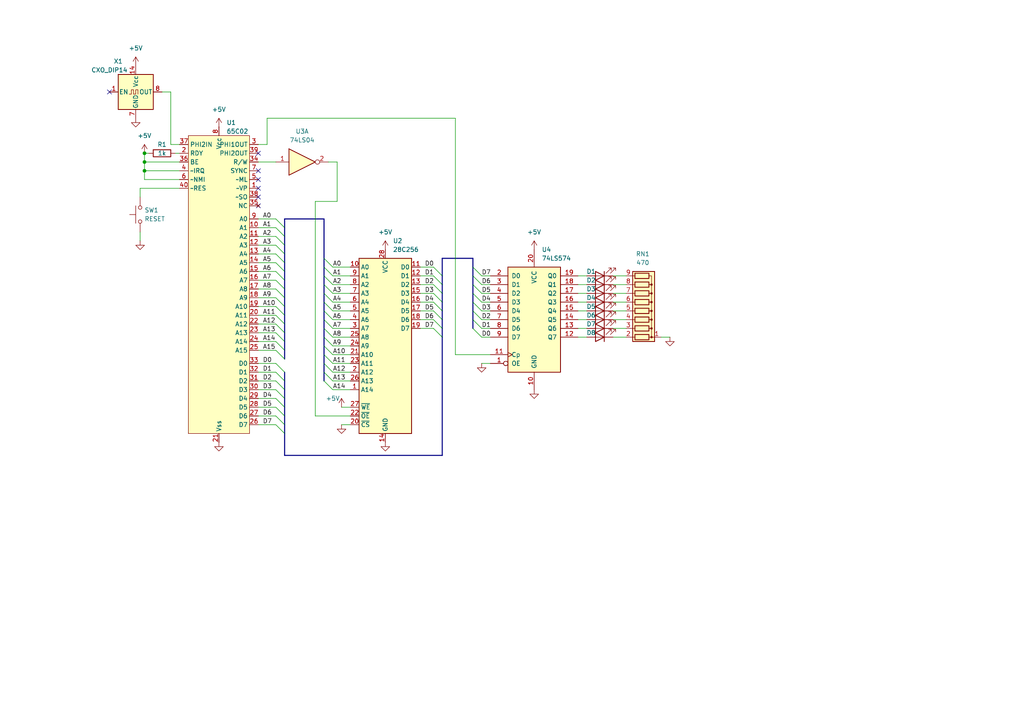
<source format=kicad_sch>
(kicad_sch (version 20231120) (generator "eeschema") (generator_version "8.0")
  (paper "A4")
  (title_block (title "CPC ZERO") (rev "0") (comment 1 "Hypothetical Amstrad CPC with 6502 CPU"))
  (lib_symbols
    (symbol "74xx:74LS04"
      (property "Reference" "U" (at 0 1.27 0))
      (property "Value" "74LS04" (at 0 -1.27 0))
      (symbol "74LS04_1_0"
        (polyline (pts (xy -3.81 3.81) (xy -3.81 -3.81) (xy 3.81 0) (xy -3.81 3.81)) (stroke (width 0.254)) (fill (type background)))
        (pin input line (at -7.62 0 0) (length 3.81) (name "~") (number "1"))
        (pin output inverted (at 7.62 0 180) (length 3.81) (name "~") (number "2"))
      )
      (symbol "74LS04_2_0"
        (polyline (pts (xy -3.81 3.81) (xy -3.81 -3.81) (xy 3.81 0) (xy -3.81 3.81)) (stroke (width 0.254)) (fill (type background)))
        (pin input line (at -7.62 0 0) (length 3.81) (name "~") (number "3"))
        (pin output inverted (at 7.62 0 180) (length 3.81) (name "~") (number "4"))
      )
      (symbol "74LS04_3_0"
        (polyline (pts (xy -3.81 3.81) (xy -3.81 -3.81) (xy 3.81 0) (xy -3.81 3.81)) (stroke (width 0.254)) (fill (type background)))
        (pin input line (at -7.62 0 0) (length 3.81) (name "~") (number "5"))
        (pin output inverted (at 7.62 0 180) (length 3.81) (name "~") (number "6"))
      )
      (symbol "74LS04_4_0"
        (polyline (pts (xy -3.81 3.81) (xy -3.81 -3.81) (xy 3.81 0) (xy -3.81 3.81)) (stroke (width 0.254)) (fill (type background)))
        (pin output inverted (at 7.62 0 180) (length 3.81) (name "~") (number "8"))
        (pin input line (at -7.62 0 0) (length 3.81) (name "~") (number "9"))
      )
      (symbol "74LS04_5_0"
        (polyline (pts (xy -3.81 3.81) (xy -3.81 -3.81) (xy 3.81 0) (xy -3.81 3.81)) (stroke (width 0.254)) (fill (type background)))
        (pin output inverted (at 7.62 0 180) (length 3.81) (name "~") (number "10"))
        (pin input line (at -7.62 0 0) (length 3.81) (name "~") (number "11"))
      )
      (symbol "74LS04_6_0"
        (polyline (pts (xy -3.81 3.81) (xy -3.81 -3.81) (xy 3.81 0) (xy -3.81 3.81)) (stroke (width 0.254)) (fill (type background)))
        (pin output inverted (at 7.62 0 180) (length 3.81) (name "~") (number "12"))
        (pin input line (at -7.62 0 0) (length 3.81) (name "~") (number "13"))
      )
      (symbol "74LS04_7_0"
        (pin power_in line (at 0 12.7 270) (length 5.08) (name "VCC") (number "14"))
        (pin power_in line (at 0 -12.7 90) (length 5.08) (name "GND") (number "7"))
      )
      (symbol "74LS04_7_1"
        (rectangle (start -5.08 7.62) (end 5.08 -7.62) (stroke (width 0.254)) (fill (type background)))
      )
    )
    (symbol "74xx:74LS574" (pin_names (offset 1.016))
      (property "Reference" "U" (at -7.62 16.51 0))
      (property "Value" "74LS574" (at -7.62 -16.51 0))
      (symbol "74LS574_1_0"
        (pin input inverted (at -12.7 -12.7 0) (length 5.08) (name "OE") (number "1"))
        (pin power_in line (at 0 -20.32 90) (length 5.08) (name "GND") (number "10"))
        (pin input clock (at -12.7 -10.16 0) (length 5.08) (name "Cp") (number "11"))
        (pin tri_state line (at 12.7 -5.08 180) (length 5.08) (name "Q7") (number "12"))
        (pin tri_state line (at 12.7 -2.54 180) (length 5.08) (name "Q6") (number "13"))
        (pin tri_state line (at 12.7 0 180) (length 5.08) (name "Q5") (number "14"))
        (pin tri_state line (at 12.7 2.54 180) (length 5.08) (name "Q4") (number "15"))
        (pin tri_state line (at 12.7 5.08 180) (length 5.08) (name "Q3") (number "16"))
        (pin tri_state line (at 12.7 7.62 180) (length 5.08) (name "Q2") (number "17"))
        (pin tri_state line (at 12.7 10.16 180) (length 5.08) (name "Q1") (number "18"))
        (pin tri_state line (at 12.7 12.7 180) (length 5.08) (name "Q0") (number "19"))
        (pin input line (at -12.7 12.7 0) (length 5.08) (name "D0") (number "2"))
        (pin power_in line (at 0 20.32 270) (length 5.08) (name "VCC") (number "20"))
        (pin input line (at -12.7 10.16 0) (length 5.08) (name "D1") (number "3"))
        (pin input line (at -12.7 7.62 0) (length 5.08) (name "D2") (number "4"))
        (pin input line (at -12.7 5.08 0) (length 5.08) (name "D3") (number "5"))
        (pin input line (at -12.7 2.54 0) (length 5.08) (name "D4") (number "6"))
        (pin input line (at -12.7 0 0) (length 5.08) (name "D5") (number "7"))
        (pin input line (at -12.7 -2.54 0) (length 5.08) (name "D6") (number "8"))
        (pin input line (at -12.7 -5.08 0) (length 5.08) (name "D7") (number "9"))
      )
      (symbol "74LS574_1_1"
        (rectangle (start -7.62 15.24) (end 7.62 -15.24) (stroke (width 0.254)) (fill (type background)))
      )
    )
    (symbol "CPC_ZERO:WD65C02"
      (property "Reference" "U" (at 12.7 -8.89 0))
      (symbol "WD65C02_0_0"
        (pin output line (at 11.43 -5.08 180) (length 2.54) (name "~VP") (number "1"))
        (pin output line (at 11.43 -16.51 180) (length 2.54) (name "A1") (number "10"))
        (pin output line (at 11.43 -19.05 180) (length 2.54) (name "A2") (number "11"))
        (pin output line (at 11.43 -21.59 180) (length 2.54) (name "A3") (number "12"))
        (pin output line (at 11.43 -24.13 180) (length 2.54) (name "A4") (number "13"))
        (pin output line (at 11.43 -26.67 180) (length 2.54) (name "A5") (number "14"))
        (pin output line (at 11.43 -29.21 180) (length 2.54) (name "A6") (number "15"))
        (pin output line (at 11.43 -31.75 180) (length 2.54) (name "A7") (number "16"))
        (pin output line (at 11.43 -34.29 180) (length 2.54) (name "A8") (number "17"))
        (pin output line (at 11.43 -36.83 180) (length 2.54) (name "A9") (number "18"))
        (pin output line (at 11.43 -39.37 180) (length 2.54) (name "A10") (number "19"))
        (pin bidirectional line (at -11.43 5.08 0) (length 2.54) (name "RDY") (number "2"))
        (pin output line (at 11.43 -41.91 180) (length 2.54) (name "A11") (number "20"))
        (pin output line (at 0 -78.74 90) (length 2.54) (name "Vss") (number "21"))
        (pin output line (at 11.43 -44.45 180) (length 2.54) (name "A12") (number "22"))
        (pin output line (at 11.43 -46.99 180) (length 2.54) (name "A13") (number "23"))
        (pin output line (at 11.43 -49.53 180) (length 2.54) (name "A14") (number "24"))
        (pin output line (at 11.43 -52.07 180) (length 2.54) (name "A15") (number "25"))
        (pin tri_state line (at 11.43 -73.66 180) (length 2.54) (name "D7") (number "26"))
        (pin tri_state line (at 11.43 -71.12 180) (length 2.54) (name "D6") (number "27"))
        (pin tri_state line (at 11.43 -68.58 180) (length 2.54) (name "D5") (number "28"))
        (pin tri_state line (at 11.43 -66.04 180) (length 2.54) (name "D4") (number "29"))
        (pin output line (at 11.43 7.62 180) (length 2.54) (name "PHI1OUT") (number "3"))
        (pin tri_state line (at 11.43 -63.5 180) (length 2.54) (name "D3") (number "30"))
        (pin tri_state line (at 11.43 -60.96 180) (length 2.54) (name "D2") (number "31"))
        (pin tri_state line (at 11.43 -58.42 180) (length 2.54) (name "D1") (number "32"))
        (pin tri_state line (at 11.43 -55.88 180) (length 2.54) (name "D0") (number "33"))
        (pin output line (at 11.43 2.54 180) (length 2.54) (name "R/W") (number "34"))
        (pin no_connect line (at 11.43 -10.16 180) (length 2.54) (name "NC") (number "35"))
        (pin input line (at -11.43 2.54 0) (length 2.54) (name "BE") (number "36"))
        (pin input line (at -11.43 7.62 0) (length 2.54) (name "PHI2IN") (number "37"))
        (pin input line (at 11.43 -7.62 180) (length 2.54) (name "~SO") (number "38"))
        (pin output line (at 11.43 5.08 180) (length 2.54) (name "PHI2OUT") (number "39"))
        (pin input line (at -11.43 0 0) (length 2.54) (name "~IRQ") (number "4"))
        (pin input line (at -11.43 -5.08 0) (length 2.54) (name "~RES") (number "40"))
        (pin output line (at 11.43 -2.54 180) (length 2.54) (name "~ML") (number "5"))
        (pin input line (at -11.43 -2.54 0) (length 2.54) (name "~NMI") (number "6"))
        (pin output line (at 11.43 0 180) (length 2.54) (name "SYNC") (number "7"))
        (pin power_in line (at 0 12.7 270) (length 2.54) (name "Vcc") (number "8"))
        (pin output line (at 11.43 -13.97 180) (length 2.54) (name "A0") (number "9"))
      )
      (symbol "WD65C02_1_1"
        (rectangle (start -8.89 10.16) (end 8.89 -76.2) (fill (type background)))
      )
    )
    (symbol "Device:LED" (pin_numbers hide) (pin_names (offset 1.016) hide)
      (property "Reference" "D" (at 0 2.54 0))
      (property "Value" "LED" (at 0 -2.54 0))
      (symbol "LED_0_1"
        (polyline (pts (xy -1.27 -1.27) (xy -1.27 1.27)) (stroke (width 0.254)))
        (polyline (pts (xy -1.27 0) (xy 1.27 0)))
        (polyline (pts (xy 1.27 -1.27) (xy 1.27 1.27) (xy -1.27 0) (xy 1.27 -1.27)) (stroke (width 0.254)))
        (polyline (pts (xy -3.048 -0.762) (xy -4.572 -2.286) (xy -3.81 -2.286) (xy -4.572 -2.286) (xy -4.572 -1.524)))
        (polyline (pts (xy -1.778 -0.762) (xy -3.302 -2.286) (xy -2.54 -2.286) (xy -3.302 -2.286) (xy -3.302 -1.524)))
      )
      (symbol "LED_1_1"
        (pin passive line (at -3.81 0 0) (length 2.54) (name "K") (number "1"))
        (pin passive line (at 3.81 0 180) (length 2.54) (name "A") (number "2"))
      )
    )
    (symbol "Device:R" (pin_numbers hide) (pin_names (offset 0))
      (property "Reference" "R" (at 2.032 0 90))
      (property "Value" "R" (at 0 0 90))
      (symbol "R_0_1"
        (rectangle (start -1.016 -2.54) (end 1.016 2.54) (stroke (width 0.254)))
      )
      (symbol "R_1_1"
        (pin passive line (at 0 3.81 270) (length 1.27) (name "~") (number "1"))
        (pin passive line (at 0 -3.81 90) (length 1.27) (name "~") (number "2"))
      )
    )
    (symbol "Device:R_Network08" (pin_names (offset 0) hide)
      (property "Reference" "RN" (at -12.7 0 90))
      (property "Value" "R_Network08" (at 10.16 0 90))
      (symbol "R_Network08_0_1"
        (rectangle (start -11.43 -3.175) (end 8.89 3.175) (stroke (width 0.254)) (fill (type background)))
        (rectangle (start -10.922 1.524) (end -9.398 -2.54) (stroke (width 0.254)))
        (circle (center -10.16 2.286) (radius 0.254) (fill (type outline)))
        (rectangle (start -8.382 1.524) (end -6.858 -2.54) (stroke (width 0.254)))
        (circle (center -7.62 2.286) (radius 0.254) (fill (type outline)))
        (rectangle (start -5.842 1.524) (end -4.318 -2.54) (stroke (width 0.254)))
        (circle (center -5.08 2.286) (radius 0.254) (fill (type outline)))
        (rectangle (start -3.302 1.524) (end -1.778 -2.54) (stroke (width 0.254)))
        (circle (center -2.54 2.286) (radius 0.254) (fill (type outline)))
        (rectangle (start -0.762 1.524) (end 0.762 -2.54) (stroke (width 0.254)))
        (polyline (pts (xy -10.16 -2.54) (xy -10.16 -3.81)))
        (polyline (pts (xy -7.62 -2.54) (xy -7.62 -3.81)))
        (polyline (pts (xy -5.08 -2.54) (xy -5.08 -3.81)))
        (polyline (pts (xy -2.54 -2.54) (xy -2.54 -3.81)))
        (polyline (pts (xy 0 -2.54) (xy 0 -3.81)))
        (polyline (pts (xy 2.54 -2.54) (xy 2.54 -3.81)))
        (polyline (pts (xy 5.08 -2.54) (xy 5.08 -3.81)))
        (polyline (pts (xy 7.62 -2.54) (xy 7.62 -3.81)))
        (polyline (pts (xy -10.16 1.524) (xy -10.16 2.286) (xy -7.62 2.286) (xy -7.62 1.524)))
        (polyline (pts (xy -7.62 1.524) (xy -7.62 2.286) (xy -5.08 2.286) (xy -5.08 1.524)))
        (polyline (pts (xy -5.08 1.524) (xy -5.08 2.286) (xy -2.54 2.286) (xy -2.54 1.524)))
        (polyline (pts (xy -2.54 1.524) (xy -2.54 2.286) (xy 0 2.286) (xy 0 1.524)))
        (polyline (pts (xy 0 1.524) (xy 0 2.286) (xy 2.54 2.286) (xy 2.54 1.524)))
        (polyline (pts (xy 2.54 1.524) (xy 2.54 2.286) (xy 5.08 2.286) (xy 5.08 1.524)))
        (polyline (pts (xy 5.08 1.524) (xy 5.08 2.286) (xy 7.62 2.286) (xy 7.62 1.524)))
        (circle (center 0 2.286) (radius 0.254) (fill (type outline)))
        (rectangle (start 1.778 1.524) (end 3.302 -2.54) (stroke (width 0.254)))
        (circle (center 2.54 2.286) (radius 0.254) (fill (type outline)))
        (rectangle (start 4.318 1.524) (end 5.842 -2.54) (stroke (width 0.254)))
        (circle (center 5.08 2.286) (radius 0.254) (fill (type outline)))
        (rectangle (start 6.858 1.524) (end 8.382 -2.54) (stroke (width 0.254)))
      )
      (symbol "R_Network08_1_1"
        (pin passive line (at -10.16 5.08 270) (length 2.54) (name "common") (number "1"))
        (pin passive line (at -10.16 -5.08 90) (length 1.27) (name "R1") (number "2"))
        (pin passive line (at -7.62 -5.08 90) (length 1.27) (name "R2") (number "3"))
        (pin passive line (at -5.08 -5.08 90) (length 1.27) (name "R3") (number "4"))
        (pin passive line (at -2.54 -5.08 90) (length 1.27) (name "R4") (number "5"))
        (pin passive line (at 0 -5.08 90) (length 1.27) (name "R5") (number "6"))
        (pin passive line (at 2.54 -5.08 90) (length 1.27) (name "R6") (number "7"))
        (pin passive line (at 5.08 -5.08 90) (length 1.27) (name "R7") (number "8"))
        (pin passive line (at 7.62 -5.08 90) (length 1.27) (name "R8") (number "9"))
      )
    )
    (symbol "Memory_EEPROM:28C256"
      (property "Reference" "U" (at -7.62 26.67 0))
      (property "Value" "28C256" (at 2.54 -26.67 0))
      (symbol "28C256_1_1"
        (rectangle (start -7.62 25.4) (end 7.62 -25.4) (stroke (width 0.254)) (fill (type background)))
        (pin input line (at -10.16 -12.7 0) (length 2.54) (name "A14") (number "1"))
        (pin input line (at -10.16 22.86 0) (length 2.54) (name "A0") (number "10"))
        (pin tri_state line (at 10.16 22.86 180) (length 2.54) (name "D0") (number "11"))
        (pin tri_state line (at 10.16 20.32 180) (length 2.54) (name "D1") (number "12"))
        (pin tri_state line (at 10.16 17.78 180) (length 2.54) (name "D2") (number "13"))
        (pin power_in line (at 0 -27.94 90) (length 2.54) (name "GND") (number "14"))
        (pin tri_state line (at 10.16 15.24 180) (length 2.54) (name "D3") (number "15"))
        (pin tri_state line (at 10.16 12.7 180) (length 2.54) (name "D4") (number "16"))
        (pin tri_state line (at 10.16 10.16 180) (length 2.54) (name "D5") (number "17"))
        (pin tri_state line (at 10.16 7.62 180) (length 2.54) (name "D6") (number "18"))
        (pin tri_state line (at 10.16 5.08 180) (length 2.54) (name "D7") (number "19"))
        (pin input line (at -10.16 -7.62 0) (length 2.54) (name "A12") (number "2"))
        (pin input line (at -10.16 -22.86 0) (length 2.54) (name "~{CS}") (number "20"))
        (pin input line (at -10.16 -2.54 0) (length 2.54) (name "A10") (number "21"))
        (pin input line (at -10.16 -20.32 0) (length 2.54) (name "~{OE}") (number "22"))
        (pin input line (at -10.16 -5.08 0) (length 2.54) (name "A11") (number "23"))
        (pin input line (at -10.16 0 0) (length 2.54) (name "A9") (number "24"))
        (pin input line (at -10.16 2.54 0) (length 2.54) (name "A8") (number "25"))
        (pin input line (at -10.16 -10.16 0) (length 2.54) (name "A13") (number "26"))
        (pin input line (at -10.16 -17.78 0) (length 2.54) (name "~{WE}") (number "27"))
        (pin power_in line (at 0 27.94 270) (length 2.54) (name "VCC") (number "28"))
        (pin input line (at -10.16 5.08 0) (length 2.54) (name "A7") (number "3"))
        (pin input line (at -10.16 7.62 0) (length 2.54) (name "A6") (number "4"))
        (pin input line (at -10.16 10.16 0) (length 2.54) (name "A5") (number "5"))
        (pin input line (at -10.16 12.7 0) (length 2.54) (name "A4") (number "6"))
        (pin input line (at -10.16 15.24 0) (length 2.54) (name "A3") (number "7"))
        (pin input line (at -10.16 17.78 0) (length 2.54) (name "A2") (number "8"))
        (pin input line (at -10.16 20.32 0) (length 2.54) (name "A1") (number "9"))
      )
    )
    (symbol "Oscillator:CXO_DIP14" (pin_names (offset 0.254))
      (property "Reference" "X" (at -5.08 6.35 0))
      (property "Value" "CXO_DIP14" (at 1.27 -6.35 0))
      (symbol "CXO_DIP14_0_1"
        (rectangle (start -5.08 5.08) (end 5.08 -5.08) (stroke (width 0.254)) (fill (type background)))
        (polyline (pts (xy -1.905 -0.635) (xy -1.27 -0.635) (xy -1.27 0.635) (xy -0.635 0.635) (xy -0.635 -0.635) (xy 0 -0.635) (xy 0 0.635) (xy 0.635 0.635) (xy 0.635 -0.635)))
      )
      (symbol "CXO_DIP14_1_1"
        (pin input line (at -7.62 0 0) (length 2.54) (name "EN") (number "1"))
        (pin power_in line (at 0 7.62 270) (length 2.54) (name "Vcc") (number "14"))
        (pin power_in line (at 0 -7.62 90) (length 2.54) (name "GND") (number "7"))
        (pin output line (at 7.62 0 180) (length 2.54) (name "OUT") (number "8"))
      )
    )
    (symbol "Switch:SW_Push" (pin_numbers hide) (pin_names (offset 1.016) hide)
      (property "Reference" "SW" (at 1.27 2.54 0))
      (property "Value" "SW_Push" (at 0 -1.524 0))
      (symbol "SW_Push_0_1"
        (circle (center -2.032 0) (radius 0.508))
        (polyline (pts (xy 0 1.27) (xy 0 3.048)))
        (polyline (pts (xy 2.54 1.27) (xy -2.54 1.27)))
        (circle (center 2.032 0) (radius 0.508))
        (pin passive line (at -5.08 0 0) (length 2.54) (name "1") (number "1"))
        (pin passive line (at 5.08 0 180) (length 2.54) (name "2") (number "2"))
      )
    )
    (symbol "power:+5V" (power) (pin_numbers hide) (pin_names (offset 0) hide)
      (property "Value" "+5V" (at 0 3.556 0))
      (symbol "+5V_0_1"
        (polyline (pts (xy -0.762 1.27) (xy 0 2.54)))
        (polyline (pts (xy 0 0) (xy 0 2.54)))
        (polyline (pts (xy 0 2.54) (xy 0.762 1.27)))
      )
      (symbol "+5V_1_1"
        (pin power_in line (at 0 0 90) (length 0) (name "~") (number "1"))
      )
    )
    (symbol "power:GND" (power) (pin_numbers hide) (pin_names (offset 0) hide)
      (property "Value" "GND" (at 0 -3.81 0))
      (symbol "GND_0_1"
        (polyline (pts (xy 0 0) (xy 0 -1.27) (xy 1.27 -1.27) (xy 0 -2.54) (xy -1.27 -1.27) (xy 0 -1.27)))
      )
      (symbol "GND_1_1"
        (pin power_in line (at 0 0 270) (length 0) (name "~") (number "1"))
      )
    )
  )
  (junction (at 41.91 49.53))
  (junction (at 41.91 46.99))
  (junction (at 41.91 44.45))
  (no_connect (at 74.93 57.15))
  (no_connect (at 74.93 54.61))
  (no_connect (at 74.93 49.53))
  (no_connect (at 74.93 44.45))
  (no_connect (at 74.93 59.69))
  (no_connect (at 74.93 52.07))
  (no_connect (at 31.75 26.67))
  (bus_entry (at 80.01 123.19) (size 2.54 2.54))
  (bus_entry (at 80.01 113.03) (size 2.54 2.54))
  (bus_entry (at 125.73 80.01) (size 2.54 2.54))
  (bus_entry (at 80.01 81.28) (size 2.54 2.54))
  (bus_entry (at 80.01 105.41) (size 2.54 2.54))
  (bus_entry (at 80.01 101.6) (size 2.54 2.54))
  (bus_entry (at 80.01 120.65) (size 2.54 2.54))
  (bus_entry (at 93.98 74.93) (size 2.54 2.54))
  (bus_entry (at 93.98 77.47) (size 2.54 2.54))
  (bus_entry (at 80.01 86.36) (size 2.54 2.54))
  (bus_entry (at 93.98 100.33) (size 2.54 2.54))
  (bus_entry (at 80.01 110.49) (size 2.54 2.54))
  (bus_entry (at 93.98 107.95) (size 2.54 2.54))
  (bus_entry (at 80.01 88.9) (size 2.54 2.54))
  (bus_entry (at 93.98 97.79) (size 2.54 2.54))
  (bus_entry (at 137.16 95.25) (size 2.54 2.54))
  (bus_entry (at 137.16 82.55) (size 2.54 2.54))
  (bus_entry (at 93.98 82.55) (size 2.54 2.54))
  (bus_entry (at 125.73 87.63) (size 2.54 2.54))
  (bus_entry (at 137.16 92.71) (size 2.54 2.54))
  (bus_entry (at 125.73 90.17) (size 2.54 2.54))
  (bus_entry (at 93.98 92.71) (size 2.54 2.54))
  (bus_entry (at 80.01 73.66) (size 2.54 2.54))
  (bus_entry (at 125.73 95.25) (size 2.54 2.54))
  (bus_entry (at 93.98 85.09) (size 2.54 2.54))
  (bus_entry (at 80.01 66.04) (size 2.54 2.54))
  (bus_entry (at 80.01 99.06) (size 2.54 2.54))
  (bus_entry (at 93.98 110.49) (size 2.54 2.54))
  (bus_entry (at 80.01 118.11) (size 2.54 2.54))
  (bus_entry (at 137.16 85.09) (size 2.54 2.54))
  (bus_entry (at 80.01 78.74) (size 2.54 2.54))
  (bus_entry (at 125.73 77.47) (size 2.54 2.54))
  (bus_entry (at 93.98 87.63) (size 2.54 2.54))
  (bus_entry (at 80.01 63.5) (size 2.54 2.54))
  (bus_entry (at 80.01 96.52) (size 2.54 2.54))
  (bus_entry (at 137.16 77.47) (size 2.54 2.54))
  (bus_entry (at 80.01 107.95) (size 2.54 2.54))
  (bus_entry (at 93.98 102.87) (size 2.54 2.54))
  (bus_entry (at 80.01 91.44) (size 2.54 2.54))
  (bus_entry (at 137.16 80.01) (size 2.54 2.54))
  (bus_entry (at 80.01 115.57) (size 2.54 2.54))
  (bus_entry (at 93.98 90.17) (size 2.54 2.54))
  (bus_entry (at 80.01 83.82) (size 2.54 2.54))
  (bus_entry (at 125.73 82.55) (size 2.54 2.54))
  (bus_entry (at 125.73 92.71) (size 2.54 2.54))
  (bus_entry (at 80.01 76.2) (size 2.54 2.54))
  (bus_entry (at 93.98 95.25) (size 2.54 2.54))
  (bus_entry (at 137.16 87.63) (size 2.54 2.54))
  (bus_entry (at 93.98 105.41) (size 2.54 2.54))
  (bus_entry (at 80.01 93.98) (size 2.54 2.54))
  (bus_entry (at 80.01 71.12) (size 2.54 2.54))
  (bus_entry (at 93.98 80.01) (size 2.54 2.54))
  (bus_entry (at 125.73 85.09) (size 2.54 2.54))
  (bus_entry (at 137.16 90.17) (size 2.54 2.54))
  (bus_entry (at 80.01 68.58) (size 2.54 2.54))
  (wire (pts (xy 121.92 92.71) (xy 125.73 92.71)))
  (bus (pts (xy 82.55 118.11) (xy 82.55 120.65)))
  (bus (pts (xy 93.98 97.79) (xy 93.98 95.25)))
  (wire (pts (xy 96.52 80.01) (xy 101.6 80.01)))
  (bus (pts (xy 137.16 85.09) (xy 137.16 82.55)))
  (wire (pts (xy 74.93 73.66) (xy 80.01 73.66)))
  (wire (pts (xy 139.7 95.25) (xy 142.24 95.25)))
  (bus (pts (xy 128.27 90.17) (xy 128.27 92.71)))
  (wire (pts (xy 139.7 80.01) (xy 142.24 80.01)))
  (wire (pts (xy 139.7 97.79) (xy 142.24 97.79)))
  (wire (pts (xy 74.93 91.44) (xy 80.01 91.44)))
  (bus (pts (xy 137.16 77.47) (xy 137.16 74.93)))
  (wire (pts (xy 74.93 88.9) (xy 80.01 88.9)))
  (wire (pts (xy 74.93 76.2) (xy 80.01 76.2)))
  (wire (pts (xy 177.8 85.09) (xy 181.61 85.09)))
  (wire (pts (xy 177.8 95.25) (xy 181.61 95.25)))
  (bus (pts (xy 137.16 87.63) (xy 137.16 85.09)))
  (bus (pts (xy 128.27 85.09) (xy 128.27 87.63)))
  (wire (pts (xy 41.91 49.53) (xy 52.07 49.53)))
  (wire (pts (xy 49.53 26.67) (xy 49.53 41.91)))
  (wire (pts (xy 41.91 44.45) (xy 41.91 46.99)))
  (wire (pts (xy 167.64 85.09) (xy 170.18 85.09)))
  (wire (pts (xy 121.92 82.55) (xy 125.73 82.55)))
  (bus (pts (xy 93.98 80.01) (xy 93.98 77.47)))
  (bus (pts (xy 82.55 115.57) (xy 82.55 118.11)))
  (wire (pts (xy 74.93 41.91) (xy 77.47 41.91)))
  (bus (pts (xy 82.55 81.28) (xy 82.55 83.82)))
  (wire (pts (xy 96.52 105.41) (xy 101.6 105.41)))
  (bus (pts (xy 93.98 92.71) (xy 93.98 90.17)))
  (bus (pts (xy 128.27 97.79) (xy 128.27 132.08)))
  (wire (pts (xy 46.99 26.67) (xy 49.53 26.67)))
  (wire (pts (xy 74.93 113.03) (xy 80.01 113.03)))
  (wire (pts (xy 139.7 82.55) (xy 142.24 82.55)))
  (bus (pts (xy 93.98 82.55) (xy 93.98 80.01)))
  (wire (pts (xy 139.7 90.17) (xy 142.24 90.17)))
  (wire (pts (xy 95.25 46.99) (xy 97.79 46.99)))
  (wire (pts (xy 177.8 87.63) (xy 181.61 87.63)))
  (bus (pts (xy 82.55 86.36) (xy 82.55 88.9)))
  (wire (pts (xy 74.93 120.65) (xy 80.01 120.65)))
  (wire (pts (xy 97.79 58.42) (xy 91.44 58.42)))
  (bus (pts (xy 93.98 95.25) (xy 93.98 92.71)))
  (wire (pts (xy 96.52 97.79) (xy 101.6 97.79)))
  (wire (pts (xy 177.8 90.17) (xy 181.61 90.17)))
  (wire (pts (xy 96.52 77.47) (xy 101.6 77.47)))
  (bus (pts (xy 93.98 90.17) (xy 93.98 87.63)))
  (wire (pts (xy 139.7 87.63) (xy 142.24 87.63)))
  (wire (pts (xy 132.08 102.87) (xy 142.24 102.87)))
  (wire (pts (xy 177.8 97.79) (xy 181.61 97.79)))
  (wire (pts (xy 50.8 44.45) (xy 52.07 44.45)))
  (wire (pts (xy 41.91 46.99) (xy 41.91 49.53)))
  (bus (pts (xy 82.55 123.19) (xy 82.55 125.73)))
  (bus (pts (xy 82.55 99.06) (xy 82.55 101.6)))
  (bus (pts (xy 137.16 95.25) (xy 137.16 92.71)))
  (wire (pts (xy 74.93 101.6) (xy 80.01 101.6)))
  (bus (pts (xy 128.27 87.63) (xy 128.27 90.17)))
  (wire (pts (xy 132.08 34.29) (xy 132.08 102.87)))
  (bus (pts (xy 82.55 91.44) (xy 82.55 93.98)))
  (wire (pts (xy 167.64 97.79) (xy 170.18 97.79)))
  (wire (pts (xy 77.47 41.91) (xy 77.47 34.29)))
  (wire (pts (xy 74.93 107.95) (xy 80.01 107.95)))
  (wire (pts (xy 74.93 118.11) (xy 80.01 118.11)))
  (bus (pts (xy 93.98 63.5) (xy 82.55 63.5)))
  (wire (pts (xy 74.93 99.06) (xy 80.01 99.06)))
  (bus (pts (xy 82.55 71.12) (xy 82.55 73.66)))
  (wire (pts (xy 40.64 67.31) (xy 40.64 69.85)))
  (wire (pts (xy 41.91 44.45) (xy 43.18 44.45)))
  (wire (pts (xy 139.7 85.09) (xy 142.24 85.09)))
  (wire (pts (xy 167.64 80.01) (xy 170.18 80.01)))
  (wire (pts (xy 52.07 46.99) (xy 41.91 46.99)))
  (bus (pts (xy 93.98 85.09) (xy 93.98 82.55)))
  (bus (pts (xy 128.27 92.71) (xy 128.27 95.25)))
  (bus (pts (xy 137.16 82.55) (xy 137.16 80.01)))
  (wire (pts (xy 96.52 85.09) (xy 101.6 85.09)))
  (wire (pts (xy 74.93 83.82) (xy 80.01 83.82)))
  (wire (pts (xy 91.44 58.42) (xy 91.44 120.65)))
  (bus (pts (xy 93.98 74.93) (xy 93.98 63.5)))
  (wire (pts (xy 96.52 87.63) (xy 101.6 87.63)))
  (wire (pts (xy 139.7 105.41) (xy 142.24 105.41)))
  (wire (pts (xy 167.64 87.63) (xy 170.18 87.63)))
  (wire (pts (xy 191.77 97.79) (xy 194.31 97.79)))
  (wire (pts (xy 121.92 90.17) (xy 125.73 90.17)))
  (bus (pts (xy 128.27 95.25) (xy 128.27 97.79)))
  (wire (pts (xy 74.93 105.41) (xy 80.01 105.41)))
  (wire (pts (xy 139.7 92.71) (xy 142.24 92.71)))
  (wire (pts (xy 96.52 82.55) (xy 101.6 82.55)))
  (bus (pts (xy 82.55 113.03) (xy 82.55 115.57)))
  (bus (pts (xy 82.55 66.04) (xy 82.55 68.58)))
  (wire (pts (xy 74.93 86.36) (xy 80.01 86.36)))
  (wire (pts (xy 74.93 71.12) (xy 80.01 71.12)))
  (wire (pts (xy 49.53 41.91) (xy 52.07 41.91)))
  (wire (pts (xy 96.52 100.33) (xy 101.6 100.33)))
  (wire (pts (xy 41.91 52.07) (xy 52.07 52.07)))
  (wire (pts (xy 74.93 123.19) (xy 80.01 123.19)))
  (wire (pts (xy 52.07 54.61) (xy 40.64 54.61)))
  (wire (pts (xy 121.92 87.63) (xy 125.73 87.63)))
  (bus (pts (xy 93.98 110.49) (xy 93.98 107.95)))
  (bus (pts (xy 128.27 80.01) (xy 128.27 82.55)))
  (bus (pts (xy 128.27 82.55) (xy 128.27 85.09)))
  (wire (pts (xy 91.44 120.65) (xy 101.6 120.65)))
  (bus (pts (xy 82.55 83.82) (xy 82.55 86.36)))
  (wire (pts (xy 167.64 95.25) (xy 170.18 95.25)))
  (wire (pts (xy 41.91 52.07) (xy 41.91 49.53)))
  (wire (pts (xy 74.93 81.28) (xy 80.01 81.28)))
  (wire (pts (xy 121.92 95.25) (xy 125.73 95.25)))
  (bus (pts (xy 93.98 77.47) (xy 93.98 74.93)))
  (wire (pts (xy 99.06 123.19) (xy 101.6 123.19)))
  (bus (pts (xy 82.55 132.08) (xy 128.27 132.08)))
  (wire (pts (xy 96.52 107.95) (xy 101.6 107.95)))
  (wire (pts (xy 40.64 54.61) (xy 40.64 57.15)))
  (wire (pts (xy 74.93 110.49) (xy 80.01 110.49)))
  (bus (pts (xy 82.55 68.58) (xy 82.55 71.12)))
  (wire (pts (xy 96.52 110.49) (xy 101.6 110.49)))
  (bus (pts (xy 93.98 102.87) (xy 93.98 100.33)))
  (bus (pts (xy 82.55 101.6) (xy 82.55 104.14)))
  (bus (pts (xy 93.98 87.63) (xy 93.98 85.09)))
  (wire (pts (xy 167.64 92.71) (xy 170.18 92.71)))
  (bus (pts (xy 82.55 93.98) (xy 82.55 96.52)))
  (wire (pts (xy 74.93 46.99) (xy 80.01 46.99)))
  (bus (pts (xy 93.98 100.33) (xy 93.98 97.79)))
  (bus (pts (xy 82.55 96.52) (xy 82.55 99.06)))
  (wire (pts (xy 96.52 90.17) (xy 101.6 90.17)))
  (wire (pts (xy 177.8 82.55) (xy 181.61 82.55)))
  (wire (pts (xy 96.52 102.87) (xy 101.6 102.87)))
  (wire (pts (xy 121.92 80.01) (xy 125.73 80.01)))
  (bus (pts (xy 82.55 120.65) (xy 82.55 123.19)))
  (bus (pts (xy 137.16 80.01) (xy 137.16 77.47)))
  (bus (pts (xy 137.16 74.93) (xy 128.27 74.93)))
  (wire (pts (xy 167.64 82.55) (xy 170.18 82.55)))
  (bus (pts (xy 82.55 63.5) (xy 82.55 66.04)))
  (wire (pts (xy 177.8 92.71) (xy 181.61 92.71)))
  (bus (pts (xy 82.55 110.49) (xy 82.55 113.03)))
  (wire (pts (xy 74.93 63.5) (xy 80.01 63.5)))
  (wire (pts (xy 101.6 118.11) (xy 99.06 118.11)))
  (wire (pts (xy 167.64 90.17) (xy 170.18 90.17)))
  (wire (pts (xy 96.52 95.25) (xy 101.6 95.25)))
  (wire (pts (xy 74.93 68.58) (xy 80.01 68.58)))
  (wire (pts (xy 121.92 77.47) (xy 125.73 77.47)))
  (wire (pts (xy 97.79 46.99) (xy 97.79 58.42)))
  (wire (pts (xy 74.93 96.52) (xy 80.01 96.52)))
  (bus (pts (xy 137.16 92.71) (xy 137.16 90.17)))
  (wire (pts (xy 74.93 66.04) (xy 80.01 66.04)))
  (wire (pts (xy 74.93 78.74) (xy 80.01 78.74)))
  (bus (pts (xy 82.55 107.95) (xy 82.55 110.49)))
  (bus (pts (xy 93.98 107.95) (xy 93.98 105.41)))
  (wire (pts (xy 96.52 113.03) (xy 101.6 113.03)))
  (bus (pts (xy 93.98 105.41) (xy 93.98 102.87)))
  (bus (pts (xy 82.55 73.66) (xy 82.55 76.2)))
  (bus (pts (xy 82.55 78.74) (xy 82.55 81.28)))
  (wire (pts (xy 74.93 93.98) (xy 80.01 93.98)))
  (wire (pts (xy 177.8 80.01) (xy 181.61 80.01)))
  (bus (pts (xy 128.27 74.93) (xy 128.27 80.01)))
  (wire (pts (xy 121.92 85.09) (xy 125.73 85.09)))
  (wire (pts (xy 74.93 115.57) (xy 80.01 115.57)))
  (bus (pts (xy 137.16 90.17) (xy 137.16 87.63)))
  (bus (pts (xy 82.55 125.73) (xy 82.55 132.08)))
  (bus (pts (xy 82.55 88.9) (xy 82.55 91.44)))
  (wire (pts (xy 77.47 34.29) (xy 132.08 34.29)))
  (bus (pts (xy 82.55 76.2) (xy 82.55 78.74)))
  (wire (pts (xy 96.52 92.71) (xy 101.6 92.71)))
  (label "D7" (at 139.7 80.01 0))
  (label "A3" (at 96.52 85.09 0))
  (label "A5" (at 76.2 76.2 0))
  (label "A4" (at 96.52 87.63 0))
  (label "D3" (at 76.2 113.03 0))
  (label "A10" (at 76.2 88.9 0))
  (label "A11" (at 76.2 91.44 0))
  (label "A8" (at 76.2 83.82 0))
  (label "D0" (at 76.2 105.41 0))
  (label "D5" (at 123.19 90.17 0))
  (label "A5" (at 96.52 90.17 0))
  (label "A11" (at 96.52 105.41 0))
  (label "D2" (at 123.19 82.55 0))
  (label "D1" (at 139.7 95.25 0))
  (label "A8" (at 96.52 97.79 0))
  (label "A4" (at 76.2 73.66 0))
  (label "A1" (at 96.52 80.01 0))
  (label "D4" (at 76.2 115.57 0))
  (label "D7" (at 76.2 123.19 0))
  (label "A10" (at 96.52 102.87 0))
  (label "A2" (at 96.52 82.55 0))
  (label "D0" (at 139.7 97.79 0))
  (label "D6" (at 123.19 92.71 0))
  (label "A9" (at 96.52 100.33 0))
  (label "A6" (at 96.52 92.71 0))
  (label "D2" (at 139.7 92.71 0))
  (label "A12" (at 96.52 107.95 0))
  (label "D6" (at 139.7 82.55 0))
  (label "D5" (at 139.7 85.09 0))
  (label "D3" (at 139.7 90.17 0))
  (label "D3" (at 123.19 85.09 0))
  (label "D2" (at 76.2 110.49 0))
  (label "A6" (at 76.2 78.74 0))
  (label "A14" (at 96.52 113.03 0))
  (label "D1" (at 123.19 80.01 0))
  (label "A12" (at 76.2 93.98 0))
  (label "A9" (at 76.2 86.36 0))
  (label "A7" (at 76.2 81.28 0))
  (label "D5" (at 76.2 118.11 0))
  (label "A2" (at 76.2 68.58 0))
  (label "D6" (at 76.2 120.65 0))
  (label "A14" (at 76.2 99.06 0))
  (label "D4" (at 123.19 87.63 0))
  (label "A0" (at 96.52 77.47 0))
  (label "D7" (at 123.19 95.25 0))
  (label "D1" (at 76.2 107.95 0))
  (label "D4" (at 139.7 87.63 0))
  (label "D0" (at 123.19 77.47 0))
  (label "A13" (at 76.2 96.52 0))
  (label "A0" (at 76.2 63.5 0))
  (label "A13" (at 96.52 110.49 0))
  (label "A1" (at 76.2 66.04 0))
  (label "A15" (at 76.2 101.6 0))
  (label "A3" (at 76.2 71.12 0))
  (label "A7" (at 96.52 95.25 0))
  (symbol (lib_id "Device:R_Network08") (at 186.69 87.63 270) (mirror x) (unit 1)
    (property "Reference" "RN1" (at 186.436 73.66 90))
    (property "Value" "470" (at 186.436 76.2 90))
    (property "Footprint" "Resistor_THT:R_Array_SIP9" (effects (hide yes)))
    (property "Datasheet" "http://www.vishay.com/docs/31509/csc.pdf" (effects (hide yes)))
    (property "Description" "8 resistor network, star topology, bussed resistors, small symbol" (effects (hide yes)))
  )
  (symbol (lib_id "power:GND") (at 111.76 128.27 0) (unit 1)
    (property "Reference" "#PWR03" (effects (hide yes)))
    (property "Value" "GND" (effects (hide yes)))
    (property "Description" "Power symbol creates a global label with name \"GND\" , ground" (effects (hide yes)))
  )
  (symbol (lib_id "power:GND") (at 40.64 69.85 0) (unit 1)
    (property "Reference" "#PWR010" (effects (hide yes)))
    (property "Value" "GND" (effects (hide yes)))
    (property "Description" "Power symbol creates a global label with name \"GND\" , ground" (effects (hide yes)))
  )
  (symbol (lib_id "Device:LED") (at 173.99 80.01 180) (unit 1)
    (property "Reference" "D1" (at 171.45 78.74 0))
    (property "Value" "LED" (effects (hide yes)))
    (property "Description" "Light emitting diode" (effects (hide yes)))
  )
  (symbol (lib_id "power:+5V") (at 111.76 72.39 0) (unit 1)
    (property "Reference" "#PWR05" (effects (hide yes)))
    (property "Value" "+5V" (at 111.76 67.31 0))
    (property "Description" "Power symbol creates a global label with name \"+5V\"" (effects (hide yes)))
  )
  (symbol (lib_id "Device:LED") (at 173.99 87.63 180) (unit 1)
    (property "Reference" "D4" (at 171.45 86.36 0))
    (property "Value" "LED" (effects (hide yes)))
    (property "Description" "Light emitting diode" (effects (hide yes)))
  )
  (symbol (lib_id "power:+5V") (at 41.91 44.45 0) (unit 1)
    (property "Reference" "#PWR07" (effects (hide yes)))
    (property "Value" "+5V" (at 41.91 39.37 0))
    (property "Description" "Power symbol creates a global label with name \"+5V\"" (effects (hide yes)))
  )
  (symbol (lib_id "Switch:SW_Push") (at 40.64 62.23 90) (unit 1)
    (property "Reference" "SW1" (at 41.91 60.9599 90) (effects (justify right)))
    (property "Value" "RESET" (at 41.91 63.4999 90) (effects (justify right)))
    (property "Description" "Push button switch, generic, two pins" (effects (hide yes)))
  )
  (symbol (lib_id "power:GND") (at 99.06 123.19 0) (unit 1)
    (property "Reference" "#PWR011" (effects (hide yes)))
    (property "Value" "GND" (effects (hide yes)))
    (property "Description" "Power symbol creates a global label with name \"GND\" , ground" (effects (hide yes)))
  )
  (symbol (lib_id "power:GND") (at 63.5 128.27 0) (unit 1)
    (property "Reference" "#PWR02" (effects (hide yes)))
    (property "Value" "GND" (effects (hide yes)))
    (property "Description" "Power symbol creates a global label with name \"GND\" , ground" (effects (hide yes)))
  )
  (symbol (lib_id "74xx:74LS574") (at 154.94 92.71 0) (unit 1)
    (property "Reference" "U4" (at 157.1341 72.39 0) (effects (justify left)))
    (property "Value" "74LS574" (at 157.1341 74.93 0) (effects (justify left)))
    (property "Datasheet" "http://www.ti.com/lit/gpn/sn74LS574" (effects (hide yes)))
    (property "Description" "8-bit Register, 3-state outputs" (effects (hide yes)))
  )
  (symbol (lib_id "74xx:74LS04") (at 87.63 46.99 0) (unit 1)
    (property "Reference" "U3" (at 87.63 38.1 0))
    (property "Value" "74LS04" (at 87.63 40.64 0))
    (property "Footprint" "Package_DIP:DIP-14_W7.62mm_Socket" (effects (hide yes)))
    (property "Datasheet" "http://www.ti.com/lit/gpn/sn74LS04" (effects (hide yes)))
    (property "Description" "Hex Inverter" (effects (hide yes)))
  )
  (symbol (lib_id "power:+5V") (at 99.06 118.11 0) (unit 1)
    (property "Reference" "#PWR04" (effects (hide yes)))
    (property "Value" "+5V" (at 96.52 115.57 0))
    (property "Description" "Power symbol creates a global label with name \"+5V\"" (effects (hide yes)))
  )
  (symbol (lib_id "power:GND") (at 194.31 97.79 0) (unit 1)
    (property "Reference" "#PWR014" (effects (hide yes)))
    (property "Value" "GND" (effects (hide yes)))
    (property "Description" "Power symbol creates a global label with name \"GND\" , ground" (effects (hide yes)))
  )
  (symbol (lib_id "Oscillator:CXO_DIP14") (at 39.37 26.67 0) (unit 1)
    (property "Reference" "X1" (at 34.29 17.78 0))
    (property "Value" "CXO_DIP14" (at 31.75 20.32 0))
    (property "Footprint" "Oscillator:Oscillator_DIP-14" (effects (hide yes)))
    (property "Datasheet" "http://cdn-reichelt.de/documents/datenblatt/B400/OSZI.pdf" (effects (hide yes)))
    (property "Description" "Crystal Clock Oscillator, DIP14-style metal package" (effects (hide yes)))
  )
  (symbol (lib_id "CPC_ZERO:WD65C02") (at 63.5 49.53 0) (unit 1)
    (property "Reference" "U1" (at 65.6941 35.56 0) (effects (justify left)))
    (property "Value" "65C02" (at 65.6941 38.1 0) (effects (justify left)))
    (property "Footprint" "Package_DIP:DIP-40_W15.24mm_Socket" (effects (hide yes)))
    (property "Datasheet" "https://www.westerndesigncenter.com/wdc/documentation/w65c02s.pdf" (effects (hide yes)))
    (property "Description" "Western Design Center WDC65C02 CPU (6502)" (effects (hide yes)))
  )
  (symbol (lib_id "Memory_EEPROM:28C256") (at 111.76 100.33 0) (unit 1)
    (property "Reference" "U2" (at 113.9541 69.85 0) (effects (justify left)))
    (property "Value" "28C256" (at 113.9541 72.39 0) (effects (justify left)))
    (property "Footprint" "Socket:DIP_Socket-28_W11.9_W12.7_W15.24_W17.78_W18.5_3M_228-1277-00-0602J" (effects (hide yes)))
    (property "Datasheet" "http://ww1.microchip.com/downloads/en/DeviceDoc/doc0006.pdf" (effects (hide yes)))
    (property "Description" "Paged Parallel EEPROM 256Kb (32K x 8), DIP-28/SOIC-28" (effects (hide yes)))
  )
  (symbol (lib_id "power:+5V") (at 154.94 72.39 0) (unit 1)
    (property "Reference" "#PWR013" (effects (hide yes)))
    (property "Value" "+5V" (at 154.94 67.31 0))
    (property "Description" "Power symbol creates a global label with name \"+5V\"" (effects (hide yes)))
  )
  (symbol (lib_id "power:GND") (at 39.37 34.29 0) (unit 1)
    (property "Reference" "#PWR09" (effects (hide yes)))
    (property "Value" "GND" (effects (hide yes)))
    (property "Description" "Power symbol creates a global label with name \"GND\" , ground" (effects (hide yes)))
  )
  (symbol (lib_id "Device:LED") (at 173.99 92.71 180) (unit 1)
    (property "Reference" "D6" (at 171.45 91.44 0))
    (property "Value" "LED" (effects (hide yes)))
    (property "Description" "Light emitting diode" (effects (hide yes)))
  )
  (symbol (lib_id "power:GND") (at 139.7 105.41 0) (unit 1)
    (property "Reference" "#PWR012" (effects (hide yes)))
    (property "Value" "GND" (effects (hide yes)))
    (property "Description" "Power symbol creates a global label with name \"GND\" , ground" (effects (hide yes)))
  )
  (symbol (lib_id "power:+5V") (at 63.5 36.83 0) (unit 1)
    (property "Reference" "#PWR06" (effects (hide yes)))
    (property "Value" "+5V" (at 63.5 31.75 0))
    (property "Description" "Power symbol creates a global label with name \"+5V\"" (effects (hide yes)))
  )
  (symbol (lib_id "power:+5V") (at 39.37 19.05 0) (unit 1)
    (property "Reference" "#PWR08" (effects (hide yes)))
    (property "Value" "+5V" (at 39.37 13.97 0))
    (property "Description" "Power symbol creates a global label with name \"+5V\"" (effects (hide yes)))
  )
  (symbol (lib_id "Device:LED") (at 173.99 97.79 180) (unit 1)
    (property "Reference" "D8" (at 171.45 96.52 0))
    (property "Value" "LED" (effects (hide yes)))
    (property "Description" "Light emitting diode" (effects (hide yes)))
  )
  (symbol (lib_id "power:GND") (at 154.94 113.03 0) (unit 1)
    (property "Reference" "#PWR01" (effects (hide yes)))
    (property "Value" "GND" (effects (hide yes)))
    (property "Description" "Power symbol creates a global label with name \"GND\" , ground" (effects (hide yes)))
  )
  (symbol (lib_id "Device:R") (at 46.99 44.45 90) (unit 1)
    (property "Reference" "R1" (at 46.99 41.91 90))
    (property "Value" "1k" (at 46.99 44.45 90))
    (property "Footprint" "Resistor_THT:R_Axial_DIN0411_L9.9mm_D3.6mm_P12.70mm_Horizontal" (effects (hide yes)))
    (property "Description" "Resistor" (effects (hide yes)))
  )
  (symbol (lib_id "Device:LED") (at 173.99 90.17 180) (unit 1)
    (property "Reference" "D5" (at 171.45 88.9 0))
    (property "Value" "LED" (effects (hide yes)))
    (property "Description" "Light emitting diode" (effects (hide yes)))
  )
  (symbol (lib_id "Device:LED") (at 173.99 82.55 180) (unit 1)
    (property "Reference" "D2" (at 171.45 81.28 0))
    (property "Value" "LED" (effects (hide yes)))
    (property "Description" "Light emitting diode" (effects (hide yes)))
  )
  (symbol (lib_id "Device:LED") (at 173.99 85.09 180) (unit 1)
    (property "Reference" "D3" (at 171.45 83.82 0))
    (property "Value" "LED" (effects (hide yes)))
    (property "Description" "Light emitting diode" (effects (hide yes)))
  )
  (symbol (lib_id "Device:LED") (at 173.99 95.25 180) (unit 1)
    (property "Reference" "D7" (at 171.45 93.98 0))
    (property "Value" "LED" (effects (hide yes)))
    (property "Description" "Light emitting diode" (effects (hide yes)))
  )
)
</source>
